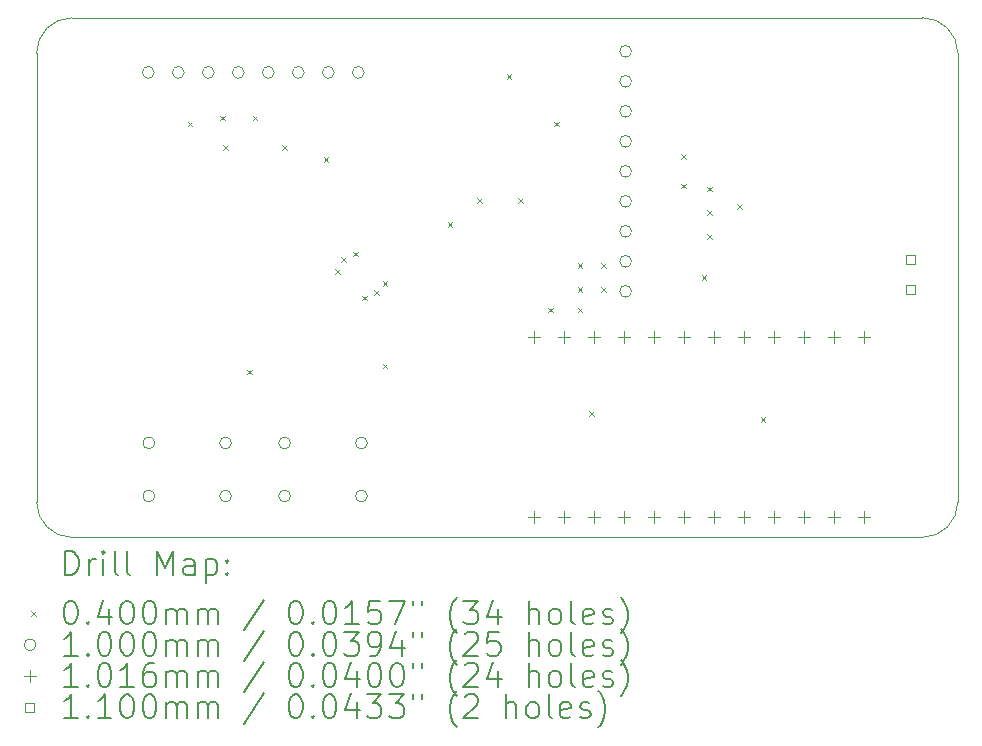
<source format=gbr>
%TF.GenerationSoftware,KiCad,Pcbnew,7.0.2*%
%TF.CreationDate,2023-06-01T00:46:06-07:00*%
%TF.ProjectId,Reflow Skillet Rev 1,5265666c-6f77-4205-936b-696c6c657420,rev?*%
%TF.SameCoordinates,Original*%
%TF.FileFunction,Drillmap*%
%TF.FilePolarity,Positive*%
%FSLAX45Y45*%
G04 Gerber Fmt 4.5, Leading zero omitted, Abs format (unit mm)*
G04 Created by KiCad (PCBNEW 7.0.2) date 2023-06-01 00:46:06*
%MOMM*%
%LPD*%
G01*
G04 APERTURE LIST*
%ADD10C,0.100000*%
%ADD11C,0.200000*%
%ADD12C,0.040000*%
%ADD13C,0.101600*%
%ADD14C,0.110000*%
G04 APERTURE END LIST*
D10*
X12000000Y-7100000D02*
G75*
G03*
X12300000Y-7400000I300000J0D01*
G01*
X19500000Y-7400000D02*
G75*
G03*
X19800000Y-7100000I0J300000D01*
G01*
X12000000Y-3300000D02*
X12000000Y-7100000D01*
X19800000Y-7100000D02*
X19800000Y-3300000D01*
X19800000Y-3300000D02*
G75*
G03*
X19500000Y-3000000I-300000J0D01*
G01*
X12300000Y-3000000D02*
G75*
G03*
X12000000Y-3300000I0J-300000D01*
G01*
X12300000Y-7400000D02*
X19500000Y-7400000D01*
X19500000Y-3000000D02*
X12300000Y-3000000D01*
D11*
D12*
X13280000Y-3880000D02*
X13320000Y-3920000D01*
X13320000Y-3880000D02*
X13280000Y-3920000D01*
X13555000Y-3830000D02*
X13595000Y-3870000D01*
X13595000Y-3830000D02*
X13555000Y-3870000D01*
X13580000Y-4080000D02*
X13620000Y-4120000D01*
X13620000Y-4080000D02*
X13580000Y-4120000D01*
X13780000Y-5980000D02*
X13820000Y-6020000D01*
X13820000Y-5980000D02*
X13780000Y-6020000D01*
X13830000Y-3830000D02*
X13870000Y-3870000D01*
X13870000Y-3830000D02*
X13830000Y-3870000D01*
X14080000Y-4080000D02*
X14120000Y-4120000D01*
X14120000Y-4080000D02*
X14080000Y-4120000D01*
X14430000Y-4180000D02*
X14470000Y-4220000D01*
X14470000Y-4180000D02*
X14430000Y-4220000D01*
X14530253Y-5129747D02*
X14570253Y-5169747D01*
X14570253Y-5129747D02*
X14530253Y-5169747D01*
X14580000Y-5030000D02*
X14620000Y-5070000D01*
X14620000Y-5030000D02*
X14580000Y-5070000D01*
X14680000Y-4980000D02*
X14720000Y-5020000D01*
X14720000Y-4980000D02*
X14680000Y-5020000D01*
X14756081Y-5353919D02*
X14796081Y-5393919D01*
X14796081Y-5353919D02*
X14756081Y-5393919D01*
X14855000Y-5305000D02*
X14895000Y-5345000D01*
X14895000Y-5305000D02*
X14855000Y-5345000D01*
X14930000Y-5230000D02*
X14970000Y-5270000D01*
X14970000Y-5230000D02*
X14930000Y-5270000D01*
X14930000Y-5930000D02*
X14970000Y-5970000D01*
X14970000Y-5930000D02*
X14930000Y-5970000D01*
X15480000Y-4730000D02*
X15520000Y-4770000D01*
X15520000Y-4730000D02*
X15480000Y-4770000D01*
X15730000Y-4530000D02*
X15770000Y-4570000D01*
X15770000Y-4530000D02*
X15730000Y-4570000D01*
X15980000Y-3480000D02*
X16020000Y-3520000D01*
X16020000Y-3480000D02*
X15980000Y-3520000D01*
X16080000Y-4530000D02*
X16120000Y-4570000D01*
X16120000Y-4530000D02*
X16080000Y-4570000D01*
X16330000Y-5455000D02*
X16370000Y-5495000D01*
X16370000Y-5455000D02*
X16330000Y-5495000D01*
X16380000Y-3880000D02*
X16420000Y-3920000D01*
X16420000Y-3880000D02*
X16380000Y-3920000D01*
X16580000Y-5080000D02*
X16620000Y-5120000D01*
X16620000Y-5080000D02*
X16580000Y-5120000D01*
X16580000Y-5280000D02*
X16620000Y-5320000D01*
X16620000Y-5280000D02*
X16580000Y-5320000D01*
X16580000Y-5455000D02*
X16620000Y-5495000D01*
X16620000Y-5455000D02*
X16580000Y-5495000D01*
X16680000Y-6330000D02*
X16720000Y-6370000D01*
X16720000Y-6330000D02*
X16680000Y-6370000D01*
X16780000Y-5080000D02*
X16820000Y-5120000D01*
X16820000Y-5080000D02*
X16780000Y-5120000D01*
X16780000Y-5280000D02*
X16820000Y-5320000D01*
X16820000Y-5280000D02*
X16780000Y-5320000D01*
X17455000Y-4155000D02*
X17495000Y-4195000D01*
X17495000Y-4155000D02*
X17455000Y-4195000D01*
X17455000Y-4405000D02*
X17495000Y-4445000D01*
X17495000Y-4405000D02*
X17455000Y-4445000D01*
X17630000Y-5180000D02*
X17670000Y-5220000D01*
X17670000Y-5180000D02*
X17630000Y-5220000D01*
X17680000Y-4430000D02*
X17720000Y-4470000D01*
X17720000Y-4430000D02*
X17680000Y-4470000D01*
X17680000Y-4630000D02*
X17720000Y-4670000D01*
X17720000Y-4630000D02*
X17680000Y-4670000D01*
X17680000Y-4830000D02*
X17720000Y-4870000D01*
X17720000Y-4830000D02*
X17680000Y-4870000D01*
X17930000Y-4580000D02*
X17970000Y-4620000D01*
X17970000Y-4580000D02*
X17930000Y-4620000D01*
X18130000Y-6380000D02*
X18170000Y-6420000D01*
X18170000Y-6380000D02*
X18130000Y-6420000D01*
D10*
X12995900Y-3463200D02*
G75*
G03*
X12995900Y-3463200I-50000J0D01*
G01*
X13000000Y-6600000D02*
G75*
G03*
X13000000Y-6600000I-50000J0D01*
G01*
X13000000Y-7050000D02*
G75*
G03*
X13000000Y-7050000I-50000J0D01*
G01*
X13249900Y-3463200D02*
G75*
G03*
X13249900Y-3463200I-50000J0D01*
G01*
X13503900Y-3463200D02*
G75*
G03*
X13503900Y-3463200I-50000J0D01*
G01*
X13650000Y-6600000D02*
G75*
G03*
X13650000Y-6600000I-50000J0D01*
G01*
X13650000Y-7050000D02*
G75*
G03*
X13650000Y-7050000I-50000J0D01*
G01*
X13757900Y-3463200D02*
G75*
G03*
X13757900Y-3463200I-50000J0D01*
G01*
X14011900Y-3463200D02*
G75*
G03*
X14011900Y-3463200I-50000J0D01*
G01*
X14150000Y-6600000D02*
G75*
G03*
X14150000Y-6600000I-50000J0D01*
G01*
X14150000Y-7050000D02*
G75*
G03*
X14150000Y-7050000I-50000J0D01*
G01*
X14265900Y-3463200D02*
G75*
G03*
X14265900Y-3463200I-50000J0D01*
G01*
X14519900Y-3463200D02*
G75*
G03*
X14519900Y-3463200I-50000J0D01*
G01*
X14773900Y-3463200D02*
G75*
G03*
X14773900Y-3463200I-50000J0D01*
G01*
X14800000Y-6600000D02*
G75*
G03*
X14800000Y-6600000I-50000J0D01*
G01*
X14800000Y-7050000D02*
G75*
G03*
X14800000Y-7050000I-50000J0D01*
G01*
X17037200Y-3284000D02*
G75*
G03*
X17037200Y-3284000I-50000J0D01*
G01*
X17037200Y-3538000D02*
G75*
G03*
X17037200Y-3538000I-50000J0D01*
G01*
X17037200Y-3792000D02*
G75*
G03*
X17037200Y-3792000I-50000J0D01*
G01*
X17037200Y-4046000D02*
G75*
G03*
X17037200Y-4046000I-50000J0D01*
G01*
X17037200Y-4300000D02*
G75*
G03*
X17037200Y-4300000I-50000J0D01*
G01*
X17037200Y-4554000D02*
G75*
G03*
X17037200Y-4554000I-50000J0D01*
G01*
X17037200Y-4808000D02*
G75*
G03*
X17037200Y-4808000I-50000J0D01*
G01*
X17037200Y-5062000D02*
G75*
G03*
X17037200Y-5062000I-50000J0D01*
G01*
X17037200Y-5316000D02*
G75*
G03*
X17037200Y-5316000I-50000J0D01*
G01*
D13*
X16214000Y-5649200D02*
X16214000Y-5750800D01*
X16163200Y-5700000D02*
X16264800Y-5700000D01*
X16214000Y-7173200D02*
X16214000Y-7274800D01*
X16163200Y-7224000D02*
X16264800Y-7224000D01*
X16468000Y-5649200D02*
X16468000Y-5750800D01*
X16417200Y-5700000D02*
X16518800Y-5700000D01*
X16468000Y-7173200D02*
X16468000Y-7274800D01*
X16417200Y-7224000D02*
X16518800Y-7224000D01*
X16722000Y-5649200D02*
X16722000Y-5750800D01*
X16671200Y-5700000D02*
X16772800Y-5700000D01*
X16722000Y-7173200D02*
X16722000Y-7274800D01*
X16671200Y-7224000D02*
X16772800Y-7224000D01*
X16976000Y-5649200D02*
X16976000Y-5750800D01*
X16925200Y-5700000D02*
X17026800Y-5700000D01*
X16976000Y-7173200D02*
X16976000Y-7274800D01*
X16925200Y-7224000D02*
X17026800Y-7224000D01*
X17230000Y-5649200D02*
X17230000Y-5750800D01*
X17179200Y-5700000D02*
X17280800Y-5700000D01*
X17230000Y-7173200D02*
X17230000Y-7274800D01*
X17179200Y-7224000D02*
X17280800Y-7224000D01*
X17484000Y-5649200D02*
X17484000Y-5750800D01*
X17433200Y-5700000D02*
X17534800Y-5700000D01*
X17484000Y-7173200D02*
X17484000Y-7274800D01*
X17433200Y-7224000D02*
X17534800Y-7224000D01*
X17738000Y-5649200D02*
X17738000Y-5750800D01*
X17687200Y-5700000D02*
X17788800Y-5700000D01*
X17738000Y-7173200D02*
X17738000Y-7274800D01*
X17687200Y-7224000D02*
X17788800Y-7224000D01*
X17992000Y-5649200D02*
X17992000Y-5750800D01*
X17941200Y-5700000D02*
X18042800Y-5700000D01*
X17992000Y-7173200D02*
X17992000Y-7274800D01*
X17941200Y-7224000D02*
X18042800Y-7224000D01*
X18246000Y-5649200D02*
X18246000Y-5750800D01*
X18195200Y-5700000D02*
X18296800Y-5700000D01*
X18246000Y-7173200D02*
X18246000Y-7274800D01*
X18195200Y-7224000D02*
X18296800Y-7224000D01*
X18500000Y-5649200D02*
X18500000Y-5750800D01*
X18449200Y-5700000D02*
X18550800Y-5700000D01*
X18500000Y-7173200D02*
X18500000Y-7274800D01*
X18449200Y-7224000D02*
X18550800Y-7224000D01*
X18754000Y-5649200D02*
X18754000Y-5750800D01*
X18703200Y-5700000D02*
X18804800Y-5700000D01*
X18754000Y-7173200D02*
X18754000Y-7274800D01*
X18703200Y-7224000D02*
X18804800Y-7224000D01*
X19008000Y-5649200D02*
X19008000Y-5750800D01*
X18957200Y-5700000D02*
X19058800Y-5700000D01*
X19008000Y-7173200D02*
X19008000Y-7274800D01*
X18957200Y-7224000D02*
X19058800Y-7224000D01*
D14*
X19438891Y-5084891D02*
X19438891Y-5007109D01*
X19361109Y-5007109D01*
X19361109Y-5084891D01*
X19438891Y-5084891D01*
X19438891Y-5338891D02*
X19438891Y-5261109D01*
X19361109Y-5261109D01*
X19361109Y-5338891D01*
X19438891Y-5338891D01*
D11*
X12242619Y-7717524D02*
X12242619Y-7517524D01*
X12242619Y-7517524D02*
X12290238Y-7517524D01*
X12290238Y-7517524D02*
X12318809Y-7527048D01*
X12318809Y-7527048D02*
X12337857Y-7546095D01*
X12337857Y-7546095D02*
X12347381Y-7565143D01*
X12347381Y-7565143D02*
X12356905Y-7603238D01*
X12356905Y-7603238D02*
X12356905Y-7631809D01*
X12356905Y-7631809D02*
X12347381Y-7669905D01*
X12347381Y-7669905D02*
X12337857Y-7688952D01*
X12337857Y-7688952D02*
X12318809Y-7708000D01*
X12318809Y-7708000D02*
X12290238Y-7717524D01*
X12290238Y-7717524D02*
X12242619Y-7717524D01*
X12442619Y-7717524D02*
X12442619Y-7584190D01*
X12442619Y-7622286D02*
X12452143Y-7603238D01*
X12452143Y-7603238D02*
X12461667Y-7593714D01*
X12461667Y-7593714D02*
X12480714Y-7584190D01*
X12480714Y-7584190D02*
X12499762Y-7584190D01*
X12566428Y-7717524D02*
X12566428Y-7584190D01*
X12566428Y-7517524D02*
X12556905Y-7527048D01*
X12556905Y-7527048D02*
X12566428Y-7536571D01*
X12566428Y-7536571D02*
X12575952Y-7527048D01*
X12575952Y-7527048D02*
X12566428Y-7517524D01*
X12566428Y-7517524D02*
X12566428Y-7536571D01*
X12690238Y-7717524D02*
X12671190Y-7708000D01*
X12671190Y-7708000D02*
X12661667Y-7688952D01*
X12661667Y-7688952D02*
X12661667Y-7517524D01*
X12795000Y-7717524D02*
X12775952Y-7708000D01*
X12775952Y-7708000D02*
X12766428Y-7688952D01*
X12766428Y-7688952D02*
X12766428Y-7517524D01*
X13023571Y-7717524D02*
X13023571Y-7517524D01*
X13023571Y-7517524D02*
X13090238Y-7660381D01*
X13090238Y-7660381D02*
X13156905Y-7517524D01*
X13156905Y-7517524D02*
X13156905Y-7717524D01*
X13337857Y-7717524D02*
X13337857Y-7612762D01*
X13337857Y-7612762D02*
X13328333Y-7593714D01*
X13328333Y-7593714D02*
X13309286Y-7584190D01*
X13309286Y-7584190D02*
X13271190Y-7584190D01*
X13271190Y-7584190D02*
X13252143Y-7593714D01*
X13337857Y-7708000D02*
X13318809Y-7717524D01*
X13318809Y-7717524D02*
X13271190Y-7717524D01*
X13271190Y-7717524D02*
X13252143Y-7708000D01*
X13252143Y-7708000D02*
X13242619Y-7688952D01*
X13242619Y-7688952D02*
X13242619Y-7669905D01*
X13242619Y-7669905D02*
X13252143Y-7650857D01*
X13252143Y-7650857D02*
X13271190Y-7641333D01*
X13271190Y-7641333D02*
X13318809Y-7641333D01*
X13318809Y-7641333D02*
X13337857Y-7631809D01*
X13433095Y-7584190D02*
X13433095Y-7784190D01*
X13433095Y-7593714D02*
X13452143Y-7584190D01*
X13452143Y-7584190D02*
X13490238Y-7584190D01*
X13490238Y-7584190D02*
X13509286Y-7593714D01*
X13509286Y-7593714D02*
X13518809Y-7603238D01*
X13518809Y-7603238D02*
X13528333Y-7622286D01*
X13528333Y-7622286D02*
X13528333Y-7679428D01*
X13528333Y-7679428D02*
X13518809Y-7698476D01*
X13518809Y-7698476D02*
X13509286Y-7708000D01*
X13509286Y-7708000D02*
X13490238Y-7717524D01*
X13490238Y-7717524D02*
X13452143Y-7717524D01*
X13452143Y-7717524D02*
X13433095Y-7708000D01*
X13614048Y-7698476D02*
X13623571Y-7708000D01*
X13623571Y-7708000D02*
X13614048Y-7717524D01*
X13614048Y-7717524D02*
X13604524Y-7708000D01*
X13604524Y-7708000D02*
X13614048Y-7698476D01*
X13614048Y-7698476D02*
X13614048Y-7717524D01*
X13614048Y-7593714D02*
X13623571Y-7603238D01*
X13623571Y-7603238D02*
X13614048Y-7612762D01*
X13614048Y-7612762D02*
X13604524Y-7603238D01*
X13604524Y-7603238D02*
X13614048Y-7593714D01*
X13614048Y-7593714D02*
X13614048Y-7612762D01*
D12*
X11955000Y-8025000D02*
X11995000Y-8065000D01*
X11995000Y-8025000D02*
X11955000Y-8065000D01*
D11*
X12280714Y-7937524D02*
X12299762Y-7937524D01*
X12299762Y-7937524D02*
X12318809Y-7947048D01*
X12318809Y-7947048D02*
X12328333Y-7956571D01*
X12328333Y-7956571D02*
X12337857Y-7975619D01*
X12337857Y-7975619D02*
X12347381Y-8013714D01*
X12347381Y-8013714D02*
X12347381Y-8061333D01*
X12347381Y-8061333D02*
X12337857Y-8099428D01*
X12337857Y-8099428D02*
X12328333Y-8118476D01*
X12328333Y-8118476D02*
X12318809Y-8128000D01*
X12318809Y-8128000D02*
X12299762Y-8137524D01*
X12299762Y-8137524D02*
X12280714Y-8137524D01*
X12280714Y-8137524D02*
X12261667Y-8128000D01*
X12261667Y-8128000D02*
X12252143Y-8118476D01*
X12252143Y-8118476D02*
X12242619Y-8099428D01*
X12242619Y-8099428D02*
X12233095Y-8061333D01*
X12233095Y-8061333D02*
X12233095Y-8013714D01*
X12233095Y-8013714D02*
X12242619Y-7975619D01*
X12242619Y-7975619D02*
X12252143Y-7956571D01*
X12252143Y-7956571D02*
X12261667Y-7947048D01*
X12261667Y-7947048D02*
X12280714Y-7937524D01*
X12433095Y-8118476D02*
X12442619Y-8128000D01*
X12442619Y-8128000D02*
X12433095Y-8137524D01*
X12433095Y-8137524D02*
X12423571Y-8128000D01*
X12423571Y-8128000D02*
X12433095Y-8118476D01*
X12433095Y-8118476D02*
X12433095Y-8137524D01*
X12614048Y-8004190D02*
X12614048Y-8137524D01*
X12566428Y-7928000D02*
X12518809Y-8070857D01*
X12518809Y-8070857D02*
X12642619Y-8070857D01*
X12756905Y-7937524D02*
X12775952Y-7937524D01*
X12775952Y-7937524D02*
X12795000Y-7947048D01*
X12795000Y-7947048D02*
X12804524Y-7956571D01*
X12804524Y-7956571D02*
X12814048Y-7975619D01*
X12814048Y-7975619D02*
X12823571Y-8013714D01*
X12823571Y-8013714D02*
X12823571Y-8061333D01*
X12823571Y-8061333D02*
X12814048Y-8099428D01*
X12814048Y-8099428D02*
X12804524Y-8118476D01*
X12804524Y-8118476D02*
X12795000Y-8128000D01*
X12795000Y-8128000D02*
X12775952Y-8137524D01*
X12775952Y-8137524D02*
X12756905Y-8137524D01*
X12756905Y-8137524D02*
X12737857Y-8128000D01*
X12737857Y-8128000D02*
X12728333Y-8118476D01*
X12728333Y-8118476D02*
X12718809Y-8099428D01*
X12718809Y-8099428D02*
X12709286Y-8061333D01*
X12709286Y-8061333D02*
X12709286Y-8013714D01*
X12709286Y-8013714D02*
X12718809Y-7975619D01*
X12718809Y-7975619D02*
X12728333Y-7956571D01*
X12728333Y-7956571D02*
X12737857Y-7947048D01*
X12737857Y-7947048D02*
X12756905Y-7937524D01*
X12947381Y-7937524D02*
X12966429Y-7937524D01*
X12966429Y-7937524D02*
X12985476Y-7947048D01*
X12985476Y-7947048D02*
X12995000Y-7956571D01*
X12995000Y-7956571D02*
X13004524Y-7975619D01*
X13004524Y-7975619D02*
X13014048Y-8013714D01*
X13014048Y-8013714D02*
X13014048Y-8061333D01*
X13014048Y-8061333D02*
X13004524Y-8099428D01*
X13004524Y-8099428D02*
X12995000Y-8118476D01*
X12995000Y-8118476D02*
X12985476Y-8128000D01*
X12985476Y-8128000D02*
X12966429Y-8137524D01*
X12966429Y-8137524D02*
X12947381Y-8137524D01*
X12947381Y-8137524D02*
X12928333Y-8128000D01*
X12928333Y-8128000D02*
X12918809Y-8118476D01*
X12918809Y-8118476D02*
X12909286Y-8099428D01*
X12909286Y-8099428D02*
X12899762Y-8061333D01*
X12899762Y-8061333D02*
X12899762Y-8013714D01*
X12899762Y-8013714D02*
X12909286Y-7975619D01*
X12909286Y-7975619D02*
X12918809Y-7956571D01*
X12918809Y-7956571D02*
X12928333Y-7947048D01*
X12928333Y-7947048D02*
X12947381Y-7937524D01*
X13099762Y-8137524D02*
X13099762Y-8004190D01*
X13099762Y-8023238D02*
X13109286Y-8013714D01*
X13109286Y-8013714D02*
X13128333Y-8004190D01*
X13128333Y-8004190D02*
X13156905Y-8004190D01*
X13156905Y-8004190D02*
X13175952Y-8013714D01*
X13175952Y-8013714D02*
X13185476Y-8032762D01*
X13185476Y-8032762D02*
X13185476Y-8137524D01*
X13185476Y-8032762D02*
X13195000Y-8013714D01*
X13195000Y-8013714D02*
X13214048Y-8004190D01*
X13214048Y-8004190D02*
X13242619Y-8004190D01*
X13242619Y-8004190D02*
X13261667Y-8013714D01*
X13261667Y-8013714D02*
X13271190Y-8032762D01*
X13271190Y-8032762D02*
X13271190Y-8137524D01*
X13366429Y-8137524D02*
X13366429Y-8004190D01*
X13366429Y-8023238D02*
X13375952Y-8013714D01*
X13375952Y-8013714D02*
X13395000Y-8004190D01*
X13395000Y-8004190D02*
X13423571Y-8004190D01*
X13423571Y-8004190D02*
X13442619Y-8013714D01*
X13442619Y-8013714D02*
X13452143Y-8032762D01*
X13452143Y-8032762D02*
X13452143Y-8137524D01*
X13452143Y-8032762D02*
X13461667Y-8013714D01*
X13461667Y-8013714D02*
X13480714Y-8004190D01*
X13480714Y-8004190D02*
X13509286Y-8004190D01*
X13509286Y-8004190D02*
X13528333Y-8013714D01*
X13528333Y-8013714D02*
X13537857Y-8032762D01*
X13537857Y-8032762D02*
X13537857Y-8137524D01*
X13928333Y-7928000D02*
X13756905Y-8185143D01*
X14185476Y-7937524D02*
X14204524Y-7937524D01*
X14204524Y-7937524D02*
X14223572Y-7947048D01*
X14223572Y-7947048D02*
X14233095Y-7956571D01*
X14233095Y-7956571D02*
X14242619Y-7975619D01*
X14242619Y-7975619D02*
X14252143Y-8013714D01*
X14252143Y-8013714D02*
X14252143Y-8061333D01*
X14252143Y-8061333D02*
X14242619Y-8099428D01*
X14242619Y-8099428D02*
X14233095Y-8118476D01*
X14233095Y-8118476D02*
X14223572Y-8128000D01*
X14223572Y-8128000D02*
X14204524Y-8137524D01*
X14204524Y-8137524D02*
X14185476Y-8137524D01*
X14185476Y-8137524D02*
X14166429Y-8128000D01*
X14166429Y-8128000D02*
X14156905Y-8118476D01*
X14156905Y-8118476D02*
X14147381Y-8099428D01*
X14147381Y-8099428D02*
X14137857Y-8061333D01*
X14137857Y-8061333D02*
X14137857Y-8013714D01*
X14137857Y-8013714D02*
X14147381Y-7975619D01*
X14147381Y-7975619D02*
X14156905Y-7956571D01*
X14156905Y-7956571D02*
X14166429Y-7947048D01*
X14166429Y-7947048D02*
X14185476Y-7937524D01*
X14337857Y-8118476D02*
X14347381Y-8128000D01*
X14347381Y-8128000D02*
X14337857Y-8137524D01*
X14337857Y-8137524D02*
X14328333Y-8128000D01*
X14328333Y-8128000D02*
X14337857Y-8118476D01*
X14337857Y-8118476D02*
X14337857Y-8137524D01*
X14471191Y-7937524D02*
X14490238Y-7937524D01*
X14490238Y-7937524D02*
X14509286Y-7947048D01*
X14509286Y-7947048D02*
X14518810Y-7956571D01*
X14518810Y-7956571D02*
X14528333Y-7975619D01*
X14528333Y-7975619D02*
X14537857Y-8013714D01*
X14537857Y-8013714D02*
X14537857Y-8061333D01*
X14537857Y-8061333D02*
X14528333Y-8099428D01*
X14528333Y-8099428D02*
X14518810Y-8118476D01*
X14518810Y-8118476D02*
X14509286Y-8128000D01*
X14509286Y-8128000D02*
X14490238Y-8137524D01*
X14490238Y-8137524D02*
X14471191Y-8137524D01*
X14471191Y-8137524D02*
X14452143Y-8128000D01*
X14452143Y-8128000D02*
X14442619Y-8118476D01*
X14442619Y-8118476D02*
X14433095Y-8099428D01*
X14433095Y-8099428D02*
X14423572Y-8061333D01*
X14423572Y-8061333D02*
X14423572Y-8013714D01*
X14423572Y-8013714D02*
X14433095Y-7975619D01*
X14433095Y-7975619D02*
X14442619Y-7956571D01*
X14442619Y-7956571D02*
X14452143Y-7947048D01*
X14452143Y-7947048D02*
X14471191Y-7937524D01*
X14728333Y-8137524D02*
X14614048Y-8137524D01*
X14671191Y-8137524D02*
X14671191Y-7937524D01*
X14671191Y-7937524D02*
X14652143Y-7966095D01*
X14652143Y-7966095D02*
X14633095Y-7985143D01*
X14633095Y-7985143D02*
X14614048Y-7994667D01*
X14909286Y-7937524D02*
X14814048Y-7937524D01*
X14814048Y-7937524D02*
X14804524Y-8032762D01*
X14804524Y-8032762D02*
X14814048Y-8023238D01*
X14814048Y-8023238D02*
X14833095Y-8013714D01*
X14833095Y-8013714D02*
X14880714Y-8013714D01*
X14880714Y-8013714D02*
X14899762Y-8023238D01*
X14899762Y-8023238D02*
X14909286Y-8032762D01*
X14909286Y-8032762D02*
X14918810Y-8051809D01*
X14918810Y-8051809D02*
X14918810Y-8099428D01*
X14918810Y-8099428D02*
X14909286Y-8118476D01*
X14909286Y-8118476D02*
X14899762Y-8128000D01*
X14899762Y-8128000D02*
X14880714Y-8137524D01*
X14880714Y-8137524D02*
X14833095Y-8137524D01*
X14833095Y-8137524D02*
X14814048Y-8128000D01*
X14814048Y-8128000D02*
X14804524Y-8118476D01*
X14985476Y-7937524D02*
X15118810Y-7937524D01*
X15118810Y-7937524D02*
X15033095Y-8137524D01*
X15185476Y-7937524D02*
X15185476Y-7975619D01*
X15261667Y-7937524D02*
X15261667Y-7975619D01*
X15556905Y-8213714D02*
X15547381Y-8204190D01*
X15547381Y-8204190D02*
X15528334Y-8175619D01*
X15528334Y-8175619D02*
X15518810Y-8156571D01*
X15518810Y-8156571D02*
X15509286Y-8128000D01*
X15509286Y-8128000D02*
X15499762Y-8080381D01*
X15499762Y-8080381D02*
X15499762Y-8042286D01*
X15499762Y-8042286D02*
X15509286Y-7994667D01*
X15509286Y-7994667D02*
X15518810Y-7966095D01*
X15518810Y-7966095D02*
X15528334Y-7947048D01*
X15528334Y-7947048D02*
X15547381Y-7918476D01*
X15547381Y-7918476D02*
X15556905Y-7908952D01*
X15614048Y-7937524D02*
X15737857Y-7937524D01*
X15737857Y-7937524D02*
X15671191Y-8013714D01*
X15671191Y-8013714D02*
X15699762Y-8013714D01*
X15699762Y-8013714D02*
X15718810Y-8023238D01*
X15718810Y-8023238D02*
X15728334Y-8032762D01*
X15728334Y-8032762D02*
X15737857Y-8051809D01*
X15737857Y-8051809D02*
X15737857Y-8099428D01*
X15737857Y-8099428D02*
X15728334Y-8118476D01*
X15728334Y-8118476D02*
X15718810Y-8128000D01*
X15718810Y-8128000D02*
X15699762Y-8137524D01*
X15699762Y-8137524D02*
X15642619Y-8137524D01*
X15642619Y-8137524D02*
X15623572Y-8128000D01*
X15623572Y-8128000D02*
X15614048Y-8118476D01*
X15909286Y-8004190D02*
X15909286Y-8137524D01*
X15861667Y-7928000D02*
X15814048Y-8070857D01*
X15814048Y-8070857D02*
X15937857Y-8070857D01*
X16166429Y-8137524D02*
X16166429Y-7937524D01*
X16252143Y-8137524D02*
X16252143Y-8032762D01*
X16252143Y-8032762D02*
X16242619Y-8013714D01*
X16242619Y-8013714D02*
X16223572Y-8004190D01*
X16223572Y-8004190D02*
X16195000Y-8004190D01*
X16195000Y-8004190D02*
X16175953Y-8013714D01*
X16175953Y-8013714D02*
X16166429Y-8023238D01*
X16375953Y-8137524D02*
X16356905Y-8128000D01*
X16356905Y-8128000D02*
X16347381Y-8118476D01*
X16347381Y-8118476D02*
X16337857Y-8099428D01*
X16337857Y-8099428D02*
X16337857Y-8042286D01*
X16337857Y-8042286D02*
X16347381Y-8023238D01*
X16347381Y-8023238D02*
X16356905Y-8013714D01*
X16356905Y-8013714D02*
X16375953Y-8004190D01*
X16375953Y-8004190D02*
X16404524Y-8004190D01*
X16404524Y-8004190D02*
X16423572Y-8013714D01*
X16423572Y-8013714D02*
X16433096Y-8023238D01*
X16433096Y-8023238D02*
X16442619Y-8042286D01*
X16442619Y-8042286D02*
X16442619Y-8099428D01*
X16442619Y-8099428D02*
X16433096Y-8118476D01*
X16433096Y-8118476D02*
X16423572Y-8128000D01*
X16423572Y-8128000D02*
X16404524Y-8137524D01*
X16404524Y-8137524D02*
X16375953Y-8137524D01*
X16556905Y-8137524D02*
X16537857Y-8128000D01*
X16537857Y-8128000D02*
X16528334Y-8108952D01*
X16528334Y-8108952D02*
X16528334Y-7937524D01*
X16709286Y-8128000D02*
X16690238Y-8137524D01*
X16690238Y-8137524D02*
X16652143Y-8137524D01*
X16652143Y-8137524D02*
X16633096Y-8128000D01*
X16633096Y-8128000D02*
X16623572Y-8108952D01*
X16623572Y-8108952D02*
X16623572Y-8032762D01*
X16623572Y-8032762D02*
X16633096Y-8013714D01*
X16633096Y-8013714D02*
X16652143Y-8004190D01*
X16652143Y-8004190D02*
X16690238Y-8004190D01*
X16690238Y-8004190D02*
X16709286Y-8013714D01*
X16709286Y-8013714D02*
X16718810Y-8032762D01*
X16718810Y-8032762D02*
X16718810Y-8051809D01*
X16718810Y-8051809D02*
X16623572Y-8070857D01*
X16795000Y-8128000D02*
X16814048Y-8137524D01*
X16814048Y-8137524D02*
X16852143Y-8137524D01*
X16852143Y-8137524D02*
X16871191Y-8128000D01*
X16871191Y-8128000D02*
X16880715Y-8108952D01*
X16880715Y-8108952D02*
X16880715Y-8099428D01*
X16880715Y-8099428D02*
X16871191Y-8080381D01*
X16871191Y-8080381D02*
X16852143Y-8070857D01*
X16852143Y-8070857D02*
X16823572Y-8070857D01*
X16823572Y-8070857D02*
X16804524Y-8061333D01*
X16804524Y-8061333D02*
X16795000Y-8042286D01*
X16795000Y-8042286D02*
X16795000Y-8032762D01*
X16795000Y-8032762D02*
X16804524Y-8013714D01*
X16804524Y-8013714D02*
X16823572Y-8004190D01*
X16823572Y-8004190D02*
X16852143Y-8004190D01*
X16852143Y-8004190D02*
X16871191Y-8013714D01*
X16947381Y-8213714D02*
X16956905Y-8204190D01*
X16956905Y-8204190D02*
X16975953Y-8175619D01*
X16975953Y-8175619D02*
X16985477Y-8156571D01*
X16985477Y-8156571D02*
X16995000Y-8128000D01*
X16995000Y-8128000D02*
X17004524Y-8080381D01*
X17004524Y-8080381D02*
X17004524Y-8042286D01*
X17004524Y-8042286D02*
X16995000Y-7994667D01*
X16995000Y-7994667D02*
X16985477Y-7966095D01*
X16985477Y-7966095D02*
X16975953Y-7947048D01*
X16975953Y-7947048D02*
X16956905Y-7918476D01*
X16956905Y-7918476D02*
X16947381Y-7908952D01*
D10*
X11995000Y-8309000D02*
G75*
G03*
X11995000Y-8309000I-50000J0D01*
G01*
D11*
X12347381Y-8401524D02*
X12233095Y-8401524D01*
X12290238Y-8401524D02*
X12290238Y-8201524D01*
X12290238Y-8201524D02*
X12271190Y-8230095D01*
X12271190Y-8230095D02*
X12252143Y-8249143D01*
X12252143Y-8249143D02*
X12233095Y-8258667D01*
X12433095Y-8382476D02*
X12442619Y-8392000D01*
X12442619Y-8392000D02*
X12433095Y-8401524D01*
X12433095Y-8401524D02*
X12423571Y-8392000D01*
X12423571Y-8392000D02*
X12433095Y-8382476D01*
X12433095Y-8382476D02*
X12433095Y-8401524D01*
X12566428Y-8201524D02*
X12585476Y-8201524D01*
X12585476Y-8201524D02*
X12604524Y-8211048D01*
X12604524Y-8211048D02*
X12614048Y-8220571D01*
X12614048Y-8220571D02*
X12623571Y-8239619D01*
X12623571Y-8239619D02*
X12633095Y-8277714D01*
X12633095Y-8277714D02*
X12633095Y-8325333D01*
X12633095Y-8325333D02*
X12623571Y-8363428D01*
X12623571Y-8363428D02*
X12614048Y-8382476D01*
X12614048Y-8382476D02*
X12604524Y-8392000D01*
X12604524Y-8392000D02*
X12585476Y-8401524D01*
X12585476Y-8401524D02*
X12566428Y-8401524D01*
X12566428Y-8401524D02*
X12547381Y-8392000D01*
X12547381Y-8392000D02*
X12537857Y-8382476D01*
X12537857Y-8382476D02*
X12528333Y-8363428D01*
X12528333Y-8363428D02*
X12518809Y-8325333D01*
X12518809Y-8325333D02*
X12518809Y-8277714D01*
X12518809Y-8277714D02*
X12528333Y-8239619D01*
X12528333Y-8239619D02*
X12537857Y-8220571D01*
X12537857Y-8220571D02*
X12547381Y-8211048D01*
X12547381Y-8211048D02*
X12566428Y-8201524D01*
X12756905Y-8201524D02*
X12775952Y-8201524D01*
X12775952Y-8201524D02*
X12795000Y-8211048D01*
X12795000Y-8211048D02*
X12804524Y-8220571D01*
X12804524Y-8220571D02*
X12814048Y-8239619D01*
X12814048Y-8239619D02*
X12823571Y-8277714D01*
X12823571Y-8277714D02*
X12823571Y-8325333D01*
X12823571Y-8325333D02*
X12814048Y-8363428D01*
X12814048Y-8363428D02*
X12804524Y-8382476D01*
X12804524Y-8382476D02*
X12795000Y-8392000D01*
X12795000Y-8392000D02*
X12775952Y-8401524D01*
X12775952Y-8401524D02*
X12756905Y-8401524D01*
X12756905Y-8401524D02*
X12737857Y-8392000D01*
X12737857Y-8392000D02*
X12728333Y-8382476D01*
X12728333Y-8382476D02*
X12718809Y-8363428D01*
X12718809Y-8363428D02*
X12709286Y-8325333D01*
X12709286Y-8325333D02*
X12709286Y-8277714D01*
X12709286Y-8277714D02*
X12718809Y-8239619D01*
X12718809Y-8239619D02*
X12728333Y-8220571D01*
X12728333Y-8220571D02*
X12737857Y-8211048D01*
X12737857Y-8211048D02*
X12756905Y-8201524D01*
X12947381Y-8201524D02*
X12966429Y-8201524D01*
X12966429Y-8201524D02*
X12985476Y-8211048D01*
X12985476Y-8211048D02*
X12995000Y-8220571D01*
X12995000Y-8220571D02*
X13004524Y-8239619D01*
X13004524Y-8239619D02*
X13014048Y-8277714D01*
X13014048Y-8277714D02*
X13014048Y-8325333D01*
X13014048Y-8325333D02*
X13004524Y-8363428D01*
X13004524Y-8363428D02*
X12995000Y-8382476D01*
X12995000Y-8382476D02*
X12985476Y-8392000D01*
X12985476Y-8392000D02*
X12966429Y-8401524D01*
X12966429Y-8401524D02*
X12947381Y-8401524D01*
X12947381Y-8401524D02*
X12928333Y-8392000D01*
X12928333Y-8392000D02*
X12918809Y-8382476D01*
X12918809Y-8382476D02*
X12909286Y-8363428D01*
X12909286Y-8363428D02*
X12899762Y-8325333D01*
X12899762Y-8325333D02*
X12899762Y-8277714D01*
X12899762Y-8277714D02*
X12909286Y-8239619D01*
X12909286Y-8239619D02*
X12918809Y-8220571D01*
X12918809Y-8220571D02*
X12928333Y-8211048D01*
X12928333Y-8211048D02*
X12947381Y-8201524D01*
X13099762Y-8401524D02*
X13099762Y-8268190D01*
X13099762Y-8287238D02*
X13109286Y-8277714D01*
X13109286Y-8277714D02*
X13128333Y-8268190D01*
X13128333Y-8268190D02*
X13156905Y-8268190D01*
X13156905Y-8268190D02*
X13175952Y-8277714D01*
X13175952Y-8277714D02*
X13185476Y-8296762D01*
X13185476Y-8296762D02*
X13185476Y-8401524D01*
X13185476Y-8296762D02*
X13195000Y-8277714D01*
X13195000Y-8277714D02*
X13214048Y-8268190D01*
X13214048Y-8268190D02*
X13242619Y-8268190D01*
X13242619Y-8268190D02*
X13261667Y-8277714D01*
X13261667Y-8277714D02*
X13271190Y-8296762D01*
X13271190Y-8296762D02*
X13271190Y-8401524D01*
X13366429Y-8401524D02*
X13366429Y-8268190D01*
X13366429Y-8287238D02*
X13375952Y-8277714D01*
X13375952Y-8277714D02*
X13395000Y-8268190D01*
X13395000Y-8268190D02*
X13423571Y-8268190D01*
X13423571Y-8268190D02*
X13442619Y-8277714D01*
X13442619Y-8277714D02*
X13452143Y-8296762D01*
X13452143Y-8296762D02*
X13452143Y-8401524D01*
X13452143Y-8296762D02*
X13461667Y-8277714D01*
X13461667Y-8277714D02*
X13480714Y-8268190D01*
X13480714Y-8268190D02*
X13509286Y-8268190D01*
X13509286Y-8268190D02*
X13528333Y-8277714D01*
X13528333Y-8277714D02*
X13537857Y-8296762D01*
X13537857Y-8296762D02*
X13537857Y-8401524D01*
X13928333Y-8192000D02*
X13756905Y-8449143D01*
X14185476Y-8201524D02*
X14204524Y-8201524D01*
X14204524Y-8201524D02*
X14223572Y-8211048D01*
X14223572Y-8211048D02*
X14233095Y-8220571D01*
X14233095Y-8220571D02*
X14242619Y-8239619D01*
X14242619Y-8239619D02*
X14252143Y-8277714D01*
X14252143Y-8277714D02*
X14252143Y-8325333D01*
X14252143Y-8325333D02*
X14242619Y-8363428D01*
X14242619Y-8363428D02*
X14233095Y-8382476D01*
X14233095Y-8382476D02*
X14223572Y-8392000D01*
X14223572Y-8392000D02*
X14204524Y-8401524D01*
X14204524Y-8401524D02*
X14185476Y-8401524D01*
X14185476Y-8401524D02*
X14166429Y-8392000D01*
X14166429Y-8392000D02*
X14156905Y-8382476D01*
X14156905Y-8382476D02*
X14147381Y-8363428D01*
X14147381Y-8363428D02*
X14137857Y-8325333D01*
X14137857Y-8325333D02*
X14137857Y-8277714D01*
X14137857Y-8277714D02*
X14147381Y-8239619D01*
X14147381Y-8239619D02*
X14156905Y-8220571D01*
X14156905Y-8220571D02*
X14166429Y-8211048D01*
X14166429Y-8211048D02*
X14185476Y-8201524D01*
X14337857Y-8382476D02*
X14347381Y-8392000D01*
X14347381Y-8392000D02*
X14337857Y-8401524D01*
X14337857Y-8401524D02*
X14328333Y-8392000D01*
X14328333Y-8392000D02*
X14337857Y-8382476D01*
X14337857Y-8382476D02*
X14337857Y-8401524D01*
X14471191Y-8201524D02*
X14490238Y-8201524D01*
X14490238Y-8201524D02*
X14509286Y-8211048D01*
X14509286Y-8211048D02*
X14518810Y-8220571D01*
X14518810Y-8220571D02*
X14528333Y-8239619D01*
X14528333Y-8239619D02*
X14537857Y-8277714D01*
X14537857Y-8277714D02*
X14537857Y-8325333D01*
X14537857Y-8325333D02*
X14528333Y-8363428D01*
X14528333Y-8363428D02*
X14518810Y-8382476D01*
X14518810Y-8382476D02*
X14509286Y-8392000D01*
X14509286Y-8392000D02*
X14490238Y-8401524D01*
X14490238Y-8401524D02*
X14471191Y-8401524D01*
X14471191Y-8401524D02*
X14452143Y-8392000D01*
X14452143Y-8392000D02*
X14442619Y-8382476D01*
X14442619Y-8382476D02*
X14433095Y-8363428D01*
X14433095Y-8363428D02*
X14423572Y-8325333D01*
X14423572Y-8325333D02*
X14423572Y-8277714D01*
X14423572Y-8277714D02*
X14433095Y-8239619D01*
X14433095Y-8239619D02*
X14442619Y-8220571D01*
X14442619Y-8220571D02*
X14452143Y-8211048D01*
X14452143Y-8211048D02*
X14471191Y-8201524D01*
X14604524Y-8201524D02*
X14728333Y-8201524D01*
X14728333Y-8201524D02*
X14661667Y-8277714D01*
X14661667Y-8277714D02*
X14690238Y-8277714D01*
X14690238Y-8277714D02*
X14709286Y-8287238D01*
X14709286Y-8287238D02*
X14718810Y-8296762D01*
X14718810Y-8296762D02*
X14728333Y-8315809D01*
X14728333Y-8315809D02*
X14728333Y-8363428D01*
X14728333Y-8363428D02*
X14718810Y-8382476D01*
X14718810Y-8382476D02*
X14709286Y-8392000D01*
X14709286Y-8392000D02*
X14690238Y-8401524D01*
X14690238Y-8401524D02*
X14633095Y-8401524D01*
X14633095Y-8401524D02*
X14614048Y-8392000D01*
X14614048Y-8392000D02*
X14604524Y-8382476D01*
X14823572Y-8401524D02*
X14861667Y-8401524D01*
X14861667Y-8401524D02*
X14880714Y-8392000D01*
X14880714Y-8392000D02*
X14890238Y-8382476D01*
X14890238Y-8382476D02*
X14909286Y-8353905D01*
X14909286Y-8353905D02*
X14918810Y-8315809D01*
X14918810Y-8315809D02*
X14918810Y-8239619D01*
X14918810Y-8239619D02*
X14909286Y-8220571D01*
X14909286Y-8220571D02*
X14899762Y-8211048D01*
X14899762Y-8211048D02*
X14880714Y-8201524D01*
X14880714Y-8201524D02*
X14842619Y-8201524D01*
X14842619Y-8201524D02*
X14823572Y-8211048D01*
X14823572Y-8211048D02*
X14814048Y-8220571D01*
X14814048Y-8220571D02*
X14804524Y-8239619D01*
X14804524Y-8239619D02*
X14804524Y-8287238D01*
X14804524Y-8287238D02*
X14814048Y-8306286D01*
X14814048Y-8306286D02*
X14823572Y-8315809D01*
X14823572Y-8315809D02*
X14842619Y-8325333D01*
X14842619Y-8325333D02*
X14880714Y-8325333D01*
X14880714Y-8325333D02*
X14899762Y-8315809D01*
X14899762Y-8315809D02*
X14909286Y-8306286D01*
X14909286Y-8306286D02*
X14918810Y-8287238D01*
X15090238Y-8268190D02*
X15090238Y-8401524D01*
X15042619Y-8192000D02*
X14995000Y-8334857D01*
X14995000Y-8334857D02*
X15118810Y-8334857D01*
X15185476Y-8201524D02*
X15185476Y-8239619D01*
X15261667Y-8201524D02*
X15261667Y-8239619D01*
X15556905Y-8477714D02*
X15547381Y-8468190D01*
X15547381Y-8468190D02*
X15528334Y-8439619D01*
X15528334Y-8439619D02*
X15518810Y-8420571D01*
X15518810Y-8420571D02*
X15509286Y-8392000D01*
X15509286Y-8392000D02*
X15499762Y-8344381D01*
X15499762Y-8344381D02*
X15499762Y-8306286D01*
X15499762Y-8306286D02*
X15509286Y-8258667D01*
X15509286Y-8258667D02*
X15518810Y-8230095D01*
X15518810Y-8230095D02*
X15528334Y-8211048D01*
X15528334Y-8211048D02*
X15547381Y-8182476D01*
X15547381Y-8182476D02*
X15556905Y-8172952D01*
X15623572Y-8220571D02*
X15633095Y-8211048D01*
X15633095Y-8211048D02*
X15652143Y-8201524D01*
X15652143Y-8201524D02*
X15699762Y-8201524D01*
X15699762Y-8201524D02*
X15718810Y-8211048D01*
X15718810Y-8211048D02*
X15728334Y-8220571D01*
X15728334Y-8220571D02*
X15737857Y-8239619D01*
X15737857Y-8239619D02*
X15737857Y-8258667D01*
X15737857Y-8258667D02*
X15728334Y-8287238D01*
X15728334Y-8287238D02*
X15614048Y-8401524D01*
X15614048Y-8401524D02*
X15737857Y-8401524D01*
X15918810Y-8201524D02*
X15823572Y-8201524D01*
X15823572Y-8201524D02*
X15814048Y-8296762D01*
X15814048Y-8296762D02*
X15823572Y-8287238D01*
X15823572Y-8287238D02*
X15842619Y-8277714D01*
X15842619Y-8277714D02*
X15890238Y-8277714D01*
X15890238Y-8277714D02*
X15909286Y-8287238D01*
X15909286Y-8287238D02*
X15918810Y-8296762D01*
X15918810Y-8296762D02*
X15928334Y-8315809D01*
X15928334Y-8315809D02*
X15928334Y-8363428D01*
X15928334Y-8363428D02*
X15918810Y-8382476D01*
X15918810Y-8382476D02*
X15909286Y-8392000D01*
X15909286Y-8392000D02*
X15890238Y-8401524D01*
X15890238Y-8401524D02*
X15842619Y-8401524D01*
X15842619Y-8401524D02*
X15823572Y-8392000D01*
X15823572Y-8392000D02*
X15814048Y-8382476D01*
X16166429Y-8401524D02*
X16166429Y-8201524D01*
X16252143Y-8401524D02*
X16252143Y-8296762D01*
X16252143Y-8296762D02*
X16242619Y-8277714D01*
X16242619Y-8277714D02*
X16223572Y-8268190D01*
X16223572Y-8268190D02*
X16195000Y-8268190D01*
X16195000Y-8268190D02*
X16175953Y-8277714D01*
X16175953Y-8277714D02*
X16166429Y-8287238D01*
X16375953Y-8401524D02*
X16356905Y-8392000D01*
X16356905Y-8392000D02*
X16347381Y-8382476D01*
X16347381Y-8382476D02*
X16337857Y-8363428D01*
X16337857Y-8363428D02*
X16337857Y-8306286D01*
X16337857Y-8306286D02*
X16347381Y-8287238D01*
X16347381Y-8287238D02*
X16356905Y-8277714D01*
X16356905Y-8277714D02*
X16375953Y-8268190D01*
X16375953Y-8268190D02*
X16404524Y-8268190D01*
X16404524Y-8268190D02*
X16423572Y-8277714D01*
X16423572Y-8277714D02*
X16433096Y-8287238D01*
X16433096Y-8287238D02*
X16442619Y-8306286D01*
X16442619Y-8306286D02*
X16442619Y-8363428D01*
X16442619Y-8363428D02*
X16433096Y-8382476D01*
X16433096Y-8382476D02*
X16423572Y-8392000D01*
X16423572Y-8392000D02*
X16404524Y-8401524D01*
X16404524Y-8401524D02*
X16375953Y-8401524D01*
X16556905Y-8401524D02*
X16537857Y-8392000D01*
X16537857Y-8392000D02*
X16528334Y-8372952D01*
X16528334Y-8372952D02*
X16528334Y-8201524D01*
X16709286Y-8392000D02*
X16690238Y-8401524D01*
X16690238Y-8401524D02*
X16652143Y-8401524D01*
X16652143Y-8401524D02*
X16633096Y-8392000D01*
X16633096Y-8392000D02*
X16623572Y-8372952D01*
X16623572Y-8372952D02*
X16623572Y-8296762D01*
X16623572Y-8296762D02*
X16633096Y-8277714D01*
X16633096Y-8277714D02*
X16652143Y-8268190D01*
X16652143Y-8268190D02*
X16690238Y-8268190D01*
X16690238Y-8268190D02*
X16709286Y-8277714D01*
X16709286Y-8277714D02*
X16718810Y-8296762D01*
X16718810Y-8296762D02*
X16718810Y-8315809D01*
X16718810Y-8315809D02*
X16623572Y-8334857D01*
X16795000Y-8392000D02*
X16814048Y-8401524D01*
X16814048Y-8401524D02*
X16852143Y-8401524D01*
X16852143Y-8401524D02*
X16871191Y-8392000D01*
X16871191Y-8392000D02*
X16880715Y-8372952D01*
X16880715Y-8372952D02*
X16880715Y-8363428D01*
X16880715Y-8363428D02*
X16871191Y-8344381D01*
X16871191Y-8344381D02*
X16852143Y-8334857D01*
X16852143Y-8334857D02*
X16823572Y-8334857D01*
X16823572Y-8334857D02*
X16804524Y-8325333D01*
X16804524Y-8325333D02*
X16795000Y-8306286D01*
X16795000Y-8306286D02*
X16795000Y-8296762D01*
X16795000Y-8296762D02*
X16804524Y-8277714D01*
X16804524Y-8277714D02*
X16823572Y-8268190D01*
X16823572Y-8268190D02*
X16852143Y-8268190D01*
X16852143Y-8268190D02*
X16871191Y-8277714D01*
X16947381Y-8477714D02*
X16956905Y-8468190D01*
X16956905Y-8468190D02*
X16975953Y-8439619D01*
X16975953Y-8439619D02*
X16985477Y-8420571D01*
X16985477Y-8420571D02*
X16995000Y-8392000D01*
X16995000Y-8392000D02*
X17004524Y-8344381D01*
X17004524Y-8344381D02*
X17004524Y-8306286D01*
X17004524Y-8306286D02*
X16995000Y-8258667D01*
X16995000Y-8258667D02*
X16985477Y-8230095D01*
X16985477Y-8230095D02*
X16975953Y-8211048D01*
X16975953Y-8211048D02*
X16956905Y-8182476D01*
X16956905Y-8182476D02*
X16947381Y-8172952D01*
D13*
X11944200Y-8522200D02*
X11944200Y-8623800D01*
X11893400Y-8573000D02*
X11995000Y-8573000D01*
D11*
X12347381Y-8665524D02*
X12233095Y-8665524D01*
X12290238Y-8665524D02*
X12290238Y-8465524D01*
X12290238Y-8465524D02*
X12271190Y-8494095D01*
X12271190Y-8494095D02*
X12252143Y-8513143D01*
X12252143Y-8513143D02*
X12233095Y-8522667D01*
X12433095Y-8646476D02*
X12442619Y-8656000D01*
X12442619Y-8656000D02*
X12433095Y-8665524D01*
X12433095Y-8665524D02*
X12423571Y-8656000D01*
X12423571Y-8656000D02*
X12433095Y-8646476D01*
X12433095Y-8646476D02*
X12433095Y-8665524D01*
X12566428Y-8465524D02*
X12585476Y-8465524D01*
X12585476Y-8465524D02*
X12604524Y-8475048D01*
X12604524Y-8475048D02*
X12614048Y-8484571D01*
X12614048Y-8484571D02*
X12623571Y-8503619D01*
X12623571Y-8503619D02*
X12633095Y-8541714D01*
X12633095Y-8541714D02*
X12633095Y-8589333D01*
X12633095Y-8589333D02*
X12623571Y-8627429D01*
X12623571Y-8627429D02*
X12614048Y-8646476D01*
X12614048Y-8646476D02*
X12604524Y-8656000D01*
X12604524Y-8656000D02*
X12585476Y-8665524D01*
X12585476Y-8665524D02*
X12566428Y-8665524D01*
X12566428Y-8665524D02*
X12547381Y-8656000D01*
X12547381Y-8656000D02*
X12537857Y-8646476D01*
X12537857Y-8646476D02*
X12528333Y-8627429D01*
X12528333Y-8627429D02*
X12518809Y-8589333D01*
X12518809Y-8589333D02*
X12518809Y-8541714D01*
X12518809Y-8541714D02*
X12528333Y-8503619D01*
X12528333Y-8503619D02*
X12537857Y-8484571D01*
X12537857Y-8484571D02*
X12547381Y-8475048D01*
X12547381Y-8475048D02*
X12566428Y-8465524D01*
X12823571Y-8665524D02*
X12709286Y-8665524D01*
X12766428Y-8665524D02*
X12766428Y-8465524D01*
X12766428Y-8465524D02*
X12747381Y-8494095D01*
X12747381Y-8494095D02*
X12728333Y-8513143D01*
X12728333Y-8513143D02*
X12709286Y-8522667D01*
X12995000Y-8465524D02*
X12956905Y-8465524D01*
X12956905Y-8465524D02*
X12937857Y-8475048D01*
X12937857Y-8475048D02*
X12928333Y-8484571D01*
X12928333Y-8484571D02*
X12909286Y-8513143D01*
X12909286Y-8513143D02*
X12899762Y-8551238D01*
X12899762Y-8551238D02*
X12899762Y-8627429D01*
X12899762Y-8627429D02*
X12909286Y-8646476D01*
X12909286Y-8646476D02*
X12918809Y-8656000D01*
X12918809Y-8656000D02*
X12937857Y-8665524D01*
X12937857Y-8665524D02*
X12975952Y-8665524D01*
X12975952Y-8665524D02*
X12995000Y-8656000D01*
X12995000Y-8656000D02*
X13004524Y-8646476D01*
X13004524Y-8646476D02*
X13014048Y-8627429D01*
X13014048Y-8627429D02*
X13014048Y-8579810D01*
X13014048Y-8579810D02*
X13004524Y-8560762D01*
X13004524Y-8560762D02*
X12995000Y-8551238D01*
X12995000Y-8551238D02*
X12975952Y-8541714D01*
X12975952Y-8541714D02*
X12937857Y-8541714D01*
X12937857Y-8541714D02*
X12918809Y-8551238D01*
X12918809Y-8551238D02*
X12909286Y-8560762D01*
X12909286Y-8560762D02*
X12899762Y-8579810D01*
X13099762Y-8665524D02*
X13099762Y-8532190D01*
X13099762Y-8551238D02*
X13109286Y-8541714D01*
X13109286Y-8541714D02*
X13128333Y-8532190D01*
X13128333Y-8532190D02*
X13156905Y-8532190D01*
X13156905Y-8532190D02*
X13175952Y-8541714D01*
X13175952Y-8541714D02*
X13185476Y-8560762D01*
X13185476Y-8560762D02*
X13185476Y-8665524D01*
X13185476Y-8560762D02*
X13195000Y-8541714D01*
X13195000Y-8541714D02*
X13214048Y-8532190D01*
X13214048Y-8532190D02*
X13242619Y-8532190D01*
X13242619Y-8532190D02*
X13261667Y-8541714D01*
X13261667Y-8541714D02*
X13271190Y-8560762D01*
X13271190Y-8560762D02*
X13271190Y-8665524D01*
X13366429Y-8665524D02*
X13366429Y-8532190D01*
X13366429Y-8551238D02*
X13375952Y-8541714D01*
X13375952Y-8541714D02*
X13395000Y-8532190D01*
X13395000Y-8532190D02*
X13423571Y-8532190D01*
X13423571Y-8532190D02*
X13442619Y-8541714D01*
X13442619Y-8541714D02*
X13452143Y-8560762D01*
X13452143Y-8560762D02*
X13452143Y-8665524D01*
X13452143Y-8560762D02*
X13461667Y-8541714D01*
X13461667Y-8541714D02*
X13480714Y-8532190D01*
X13480714Y-8532190D02*
X13509286Y-8532190D01*
X13509286Y-8532190D02*
X13528333Y-8541714D01*
X13528333Y-8541714D02*
X13537857Y-8560762D01*
X13537857Y-8560762D02*
X13537857Y-8665524D01*
X13928333Y-8456000D02*
X13756905Y-8713143D01*
X14185476Y-8465524D02*
X14204524Y-8465524D01*
X14204524Y-8465524D02*
X14223572Y-8475048D01*
X14223572Y-8475048D02*
X14233095Y-8484571D01*
X14233095Y-8484571D02*
X14242619Y-8503619D01*
X14242619Y-8503619D02*
X14252143Y-8541714D01*
X14252143Y-8541714D02*
X14252143Y-8589333D01*
X14252143Y-8589333D02*
X14242619Y-8627429D01*
X14242619Y-8627429D02*
X14233095Y-8646476D01*
X14233095Y-8646476D02*
X14223572Y-8656000D01*
X14223572Y-8656000D02*
X14204524Y-8665524D01*
X14204524Y-8665524D02*
X14185476Y-8665524D01*
X14185476Y-8665524D02*
X14166429Y-8656000D01*
X14166429Y-8656000D02*
X14156905Y-8646476D01*
X14156905Y-8646476D02*
X14147381Y-8627429D01*
X14147381Y-8627429D02*
X14137857Y-8589333D01*
X14137857Y-8589333D02*
X14137857Y-8541714D01*
X14137857Y-8541714D02*
X14147381Y-8503619D01*
X14147381Y-8503619D02*
X14156905Y-8484571D01*
X14156905Y-8484571D02*
X14166429Y-8475048D01*
X14166429Y-8475048D02*
X14185476Y-8465524D01*
X14337857Y-8646476D02*
X14347381Y-8656000D01*
X14347381Y-8656000D02*
X14337857Y-8665524D01*
X14337857Y-8665524D02*
X14328333Y-8656000D01*
X14328333Y-8656000D02*
X14337857Y-8646476D01*
X14337857Y-8646476D02*
X14337857Y-8665524D01*
X14471191Y-8465524D02*
X14490238Y-8465524D01*
X14490238Y-8465524D02*
X14509286Y-8475048D01*
X14509286Y-8475048D02*
X14518810Y-8484571D01*
X14518810Y-8484571D02*
X14528333Y-8503619D01*
X14528333Y-8503619D02*
X14537857Y-8541714D01*
X14537857Y-8541714D02*
X14537857Y-8589333D01*
X14537857Y-8589333D02*
X14528333Y-8627429D01*
X14528333Y-8627429D02*
X14518810Y-8646476D01*
X14518810Y-8646476D02*
X14509286Y-8656000D01*
X14509286Y-8656000D02*
X14490238Y-8665524D01*
X14490238Y-8665524D02*
X14471191Y-8665524D01*
X14471191Y-8665524D02*
X14452143Y-8656000D01*
X14452143Y-8656000D02*
X14442619Y-8646476D01*
X14442619Y-8646476D02*
X14433095Y-8627429D01*
X14433095Y-8627429D02*
X14423572Y-8589333D01*
X14423572Y-8589333D02*
X14423572Y-8541714D01*
X14423572Y-8541714D02*
X14433095Y-8503619D01*
X14433095Y-8503619D02*
X14442619Y-8484571D01*
X14442619Y-8484571D02*
X14452143Y-8475048D01*
X14452143Y-8475048D02*
X14471191Y-8465524D01*
X14709286Y-8532190D02*
X14709286Y-8665524D01*
X14661667Y-8456000D02*
X14614048Y-8598857D01*
X14614048Y-8598857D02*
X14737857Y-8598857D01*
X14852143Y-8465524D02*
X14871191Y-8465524D01*
X14871191Y-8465524D02*
X14890238Y-8475048D01*
X14890238Y-8475048D02*
X14899762Y-8484571D01*
X14899762Y-8484571D02*
X14909286Y-8503619D01*
X14909286Y-8503619D02*
X14918810Y-8541714D01*
X14918810Y-8541714D02*
X14918810Y-8589333D01*
X14918810Y-8589333D02*
X14909286Y-8627429D01*
X14909286Y-8627429D02*
X14899762Y-8646476D01*
X14899762Y-8646476D02*
X14890238Y-8656000D01*
X14890238Y-8656000D02*
X14871191Y-8665524D01*
X14871191Y-8665524D02*
X14852143Y-8665524D01*
X14852143Y-8665524D02*
X14833095Y-8656000D01*
X14833095Y-8656000D02*
X14823572Y-8646476D01*
X14823572Y-8646476D02*
X14814048Y-8627429D01*
X14814048Y-8627429D02*
X14804524Y-8589333D01*
X14804524Y-8589333D02*
X14804524Y-8541714D01*
X14804524Y-8541714D02*
X14814048Y-8503619D01*
X14814048Y-8503619D02*
X14823572Y-8484571D01*
X14823572Y-8484571D02*
X14833095Y-8475048D01*
X14833095Y-8475048D02*
X14852143Y-8465524D01*
X15042619Y-8465524D02*
X15061667Y-8465524D01*
X15061667Y-8465524D02*
X15080714Y-8475048D01*
X15080714Y-8475048D02*
X15090238Y-8484571D01*
X15090238Y-8484571D02*
X15099762Y-8503619D01*
X15099762Y-8503619D02*
X15109286Y-8541714D01*
X15109286Y-8541714D02*
X15109286Y-8589333D01*
X15109286Y-8589333D02*
X15099762Y-8627429D01*
X15099762Y-8627429D02*
X15090238Y-8646476D01*
X15090238Y-8646476D02*
X15080714Y-8656000D01*
X15080714Y-8656000D02*
X15061667Y-8665524D01*
X15061667Y-8665524D02*
X15042619Y-8665524D01*
X15042619Y-8665524D02*
X15023572Y-8656000D01*
X15023572Y-8656000D02*
X15014048Y-8646476D01*
X15014048Y-8646476D02*
X15004524Y-8627429D01*
X15004524Y-8627429D02*
X14995000Y-8589333D01*
X14995000Y-8589333D02*
X14995000Y-8541714D01*
X14995000Y-8541714D02*
X15004524Y-8503619D01*
X15004524Y-8503619D02*
X15014048Y-8484571D01*
X15014048Y-8484571D02*
X15023572Y-8475048D01*
X15023572Y-8475048D02*
X15042619Y-8465524D01*
X15185476Y-8465524D02*
X15185476Y-8503619D01*
X15261667Y-8465524D02*
X15261667Y-8503619D01*
X15556905Y-8741714D02*
X15547381Y-8732190D01*
X15547381Y-8732190D02*
X15528334Y-8703619D01*
X15528334Y-8703619D02*
X15518810Y-8684571D01*
X15518810Y-8684571D02*
X15509286Y-8656000D01*
X15509286Y-8656000D02*
X15499762Y-8608381D01*
X15499762Y-8608381D02*
X15499762Y-8570286D01*
X15499762Y-8570286D02*
X15509286Y-8522667D01*
X15509286Y-8522667D02*
X15518810Y-8494095D01*
X15518810Y-8494095D02*
X15528334Y-8475048D01*
X15528334Y-8475048D02*
X15547381Y-8446476D01*
X15547381Y-8446476D02*
X15556905Y-8436952D01*
X15623572Y-8484571D02*
X15633095Y-8475048D01*
X15633095Y-8475048D02*
X15652143Y-8465524D01*
X15652143Y-8465524D02*
X15699762Y-8465524D01*
X15699762Y-8465524D02*
X15718810Y-8475048D01*
X15718810Y-8475048D02*
X15728334Y-8484571D01*
X15728334Y-8484571D02*
X15737857Y-8503619D01*
X15737857Y-8503619D02*
X15737857Y-8522667D01*
X15737857Y-8522667D02*
X15728334Y-8551238D01*
X15728334Y-8551238D02*
X15614048Y-8665524D01*
X15614048Y-8665524D02*
X15737857Y-8665524D01*
X15909286Y-8532190D02*
X15909286Y-8665524D01*
X15861667Y-8456000D02*
X15814048Y-8598857D01*
X15814048Y-8598857D02*
X15937857Y-8598857D01*
X16166429Y-8665524D02*
X16166429Y-8465524D01*
X16252143Y-8665524D02*
X16252143Y-8560762D01*
X16252143Y-8560762D02*
X16242619Y-8541714D01*
X16242619Y-8541714D02*
X16223572Y-8532190D01*
X16223572Y-8532190D02*
X16195000Y-8532190D01*
X16195000Y-8532190D02*
X16175953Y-8541714D01*
X16175953Y-8541714D02*
X16166429Y-8551238D01*
X16375953Y-8665524D02*
X16356905Y-8656000D01*
X16356905Y-8656000D02*
X16347381Y-8646476D01*
X16347381Y-8646476D02*
X16337857Y-8627429D01*
X16337857Y-8627429D02*
X16337857Y-8570286D01*
X16337857Y-8570286D02*
X16347381Y-8551238D01*
X16347381Y-8551238D02*
X16356905Y-8541714D01*
X16356905Y-8541714D02*
X16375953Y-8532190D01*
X16375953Y-8532190D02*
X16404524Y-8532190D01*
X16404524Y-8532190D02*
X16423572Y-8541714D01*
X16423572Y-8541714D02*
X16433096Y-8551238D01*
X16433096Y-8551238D02*
X16442619Y-8570286D01*
X16442619Y-8570286D02*
X16442619Y-8627429D01*
X16442619Y-8627429D02*
X16433096Y-8646476D01*
X16433096Y-8646476D02*
X16423572Y-8656000D01*
X16423572Y-8656000D02*
X16404524Y-8665524D01*
X16404524Y-8665524D02*
X16375953Y-8665524D01*
X16556905Y-8665524D02*
X16537857Y-8656000D01*
X16537857Y-8656000D02*
X16528334Y-8636952D01*
X16528334Y-8636952D02*
X16528334Y-8465524D01*
X16709286Y-8656000D02*
X16690238Y-8665524D01*
X16690238Y-8665524D02*
X16652143Y-8665524D01*
X16652143Y-8665524D02*
X16633096Y-8656000D01*
X16633096Y-8656000D02*
X16623572Y-8636952D01*
X16623572Y-8636952D02*
X16623572Y-8560762D01*
X16623572Y-8560762D02*
X16633096Y-8541714D01*
X16633096Y-8541714D02*
X16652143Y-8532190D01*
X16652143Y-8532190D02*
X16690238Y-8532190D01*
X16690238Y-8532190D02*
X16709286Y-8541714D01*
X16709286Y-8541714D02*
X16718810Y-8560762D01*
X16718810Y-8560762D02*
X16718810Y-8579810D01*
X16718810Y-8579810D02*
X16623572Y-8598857D01*
X16795000Y-8656000D02*
X16814048Y-8665524D01*
X16814048Y-8665524D02*
X16852143Y-8665524D01*
X16852143Y-8665524D02*
X16871191Y-8656000D01*
X16871191Y-8656000D02*
X16880715Y-8636952D01*
X16880715Y-8636952D02*
X16880715Y-8627429D01*
X16880715Y-8627429D02*
X16871191Y-8608381D01*
X16871191Y-8608381D02*
X16852143Y-8598857D01*
X16852143Y-8598857D02*
X16823572Y-8598857D01*
X16823572Y-8598857D02*
X16804524Y-8589333D01*
X16804524Y-8589333D02*
X16795000Y-8570286D01*
X16795000Y-8570286D02*
X16795000Y-8560762D01*
X16795000Y-8560762D02*
X16804524Y-8541714D01*
X16804524Y-8541714D02*
X16823572Y-8532190D01*
X16823572Y-8532190D02*
X16852143Y-8532190D01*
X16852143Y-8532190D02*
X16871191Y-8541714D01*
X16947381Y-8741714D02*
X16956905Y-8732190D01*
X16956905Y-8732190D02*
X16975953Y-8703619D01*
X16975953Y-8703619D02*
X16985477Y-8684571D01*
X16985477Y-8684571D02*
X16995000Y-8656000D01*
X16995000Y-8656000D02*
X17004524Y-8608381D01*
X17004524Y-8608381D02*
X17004524Y-8570286D01*
X17004524Y-8570286D02*
X16995000Y-8522667D01*
X16995000Y-8522667D02*
X16985477Y-8494095D01*
X16985477Y-8494095D02*
X16975953Y-8475048D01*
X16975953Y-8475048D02*
X16956905Y-8446476D01*
X16956905Y-8446476D02*
X16947381Y-8436952D01*
D14*
X11978891Y-8875891D02*
X11978891Y-8798109D01*
X11901109Y-8798109D01*
X11901109Y-8875891D01*
X11978891Y-8875891D01*
D11*
X12347381Y-8929524D02*
X12233095Y-8929524D01*
X12290238Y-8929524D02*
X12290238Y-8729524D01*
X12290238Y-8729524D02*
X12271190Y-8758095D01*
X12271190Y-8758095D02*
X12252143Y-8777143D01*
X12252143Y-8777143D02*
X12233095Y-8786667D01*
X12433095Y-8910476D02*
X12442619Y-8920000D01*
X12442619Y-8920000D02*
X12433095Y-8929524D01*
X12433095Y-8929524D02*
X12423571Y-8920000D01*
X12423571Y-8920000D02*
X12433095Y-8910476D01*
X12433095Y-8910476D02*
X12433095Y-8929524D01*
X12633095Y-8929524D02*
X12518809Y-8929524D01*
X12575952Y-8929524D02*
X12575952Y-8729524D01*
X12575952Y-8729524D02*
X12556905Y-8758095D01*
X12556905Y-8758095D02*
X12537857Y-8777143D01*
X12537857Y-8777143D02*
X12518809Y-8786667D01*
X12756905Y-8729524D02*
X12775952Y-8729524D01*
X12775952Y-8729524D02*
X12795000Y-8739048D01*
X12795000Y-8739048D02*
X12804524Y-8748571D01*
X12804524Y-8748571D02*
X12814048Y-8767619D01*
X12814048Y-8767619D02*
X12823571Y-8805714D01*
X12823571Y-8805714D02*
X12823571Y-8853333D01*
X12823571Y-8853333D02*
X12814048Y-8891429D01*
X12814048Y-8891429D02*
X12804524Y-8910476D01*
X12804524Y-8910476D02*
X12795000Y-8920000D01*
X12795000Y-8920000D02*
X12775952Y-8929524D01*
X12775952Y-8929524D02*
X12756905Y-8929524D01*
X12756905Y-8929524D02*
X12737857Y-8920000D01*
X12737857Y-8920000D02*
X12728333Y-8910476D01*
X12728333Y-8910476D02*
X12718809Y-8891429D01*
X12718809Y-8891429D02*
X12709286Y-8853333D01*
X12709286Y-8853333D02*
X12709286Y-8805714D01*
X12709286Y-8805714D02*
X12718809Y-8767619D01*
X12718809Y-8767619D02*
X12728333Y-8748571D01*
X12728333Y-8748571D02*
X12737857Y-8739048D01*
X12737857Y-8739048D02*
X12756905Y-8729524D01*
X12947381Y-8729524D02*
X12966429Y-8729524D01*
X12966429Y-8729524D02*
X12985476Y-8739048D01*
X12985476Y-8739048D02*
X12995000Y-8748571D01*
X12995000Y-8748571D02*
X13004524Y-8767619D01*
X13004524Y-8767619D02*
X13014048Y-8805714D01*
X13014048Y-8805714D02*
X13014048Y-8853333D01*
X13014048Y-8853333D02*
X13004524Y-8891429D01*
X13004524Y-8891429D02*
X12995000Y-8910476D01*
X12995000Y-8910476D02*
X12985476Y-8920000D01*
X12985476Y-8920000D02*
X12966429Y-8929524D01*
X12966429Y-8929524D02*
X12947381Y-8929524D01*
X12947381Y-8929524D02*
X12928333Y-8920000D01*
X12928333Y-8920000D02*
X12918809Y-8910476D01*
X12918809Y-8910476D02*
X12909286Y-8891429D01*
X12909286Y-8891429D02*
X12899762Y-8853333D01*
X12899762Y-8853333D02*
X12899762Y-8805714D01*
X12899762Y-8805714D02*
X12909286Y-8767619D01*
X12909286Y-8767619D02*
X12918809Y-8748571D01*
X12918809Y-8748571D02*
X12928333Y-8739048D01*
X12928333Y-8739048D02*
X12947381Y-8729524D01*
X13099762Y-8929524D02*
X13099762Y-8796190D01*
X13099762Y-8815238D02*
X13109286Y-8805714D01*
X13109286Y-8805714D02*
X13128333Y-8796190D01*
X13128333Y-8796190D02*
X13156905Y-8796190D01*
X13156905Y-8796190D02*
X13175952Y-8805714D01*
X13175952Y-8805714D02*
X13185476Y-8824762D01*
X13185476Y-8824762D02*
X13185476Y-8929524D01*
X13185476Y-8824762D02*
X13195000Y-8805714D01*
X13195000Y-8805714D02*
X13214048Y-8796190D01*
X13214048Y-8796190D02*
X13242619Y-8796190D01*
X13242619Y-8796190D02*
X13261667Y-8805714D01*
X13261667Y-8805714D02*
X13271190Y-8824762D01*
X13271190Y-8824762D02*
X13271190Y-8929524D01*
X13366429Y-8929524D02*
X13366429Y-8796190D01*
X13366429Y-8815238D02*
X13375952Y-8805714D01*
X13375952Y-8805714D02*
X13395000Y-8796190D01*
X13395000Y-8796190D02*
X13423571Y-8796190D01*
X13423571Y-8796190D02*
X13442619Y-8805714D01*
X13442619Y-8805714D02*
X13452143Y-8824762D01*
X13452143Y-8824762D02*
X13452143Y-8929524D01*
X13452143Y-8824762D02*
X13461667Y-8805714D01*
X13461667Y-8805714D02*
X13480714Y-8796190D01*
X13480714Y-8796190D02*
X13509286Y-8796190D01*
X13509286Y-8796190D02*
X13528333Y-8805714D01*
X13528333Y-8805714D02*
X13537857Y-8824762D01*
X13537857Y-8824762D02*
X13537857Y-8929524D01*
X13928333Y-8720000D02*
X13756905Y-8977143D01*
X14185476Y-8729524D02*
X14204524Y-8729524D01*
X14204524Y-8729524D02*
X14223572Y-8739048D01*
X14223572Y-8739048D02*
X14233095Y-8748571D01*
X14233095Y-8748571D02*
X14242619Y-8767619D01*
X14242619Y-8767619D02*
X14252143Y-8805714D01*
X14252143Y-8805714D02*
X14252143Y-8853333D01*
X14252143Y-8853333D02*
X14242619Y-8891429D01*
X14242619Y-8891429D02*
X14233095Y-8910476D01*
X14233095Y-8910476D02*
X14223572Y-8920000D01*
X14223572Y-8920000D02*
X14204524Y-8929524D01*
X14204524Y-8929524D02*
X14185476Y-8929524D01*
X14185476Y-8929524D02*
X14166429Y-8920000D01*
X14166429Y-8920000D02*
X14156905Y-8910476D01*
X14156905Y-8910476D02*
X14147381Y-8891429D01*
X14147381Y-8891429D02*
X14137857Y-8853333D01*
X14137857Y-8853333D02*
X14137857Y-8805714D01*
X14137857Y-8805714D02*
X14147381Y-8767619D01*
X14147381Y-8767619D02*
X14156905Y-8748571D01*
X14156905Y-8748571D02*
X14166429Y-8739048D01*
X14166429Y-8739048D02*
X14185476Y-8729524D01*
X14337857Y-8910476D02*
X14347381Y-8920000D01*
X14347381Y-8920000D02*
X14337857Y-8929524D01*
X14337857Y-8929524D02*
X14328333Y-8920000D01*
X14328333Y-8920000D02*
X14337857Y-8910476D01*
X14337857Y-8910476D02*
X14337857Y-8929524D01*
X14471191Y-8729524D02*
X14490238Y-8729524D01*
X14490238Y-8729524D02*
X14509286Y-8739048D01*
X14509286Y-8739048D02*
X14518810Y-8748571D01*
X14518810Y-8748571D02*
X14528333Y-8767619D01*
X14528333Y-8767619D02*
X14537857Y-8805714D01*
X14537857Y-8805714D02*
X14537857Y-8853333D01*
X14537857Y-8853333D02*
X14528333Y-8891429D01*
X14528333Y-8891429D02*
X14518810Y-8910476D01*
X14518810Y-8910476D02*
X14509286Y-8920000D01*
X14509286Y-8920000D02*
X14490238Y-8929524D01*
X14490238Y-8929524D02*
X14471191Y-8929524D01*
X14471191Y-8929524D02*
X14452143Y-8920000D01*
X14452143Y-8920000D02*
X14442619Y-8910476D01*
X14442619Y-8910476D02*
X14433095Y-8891429D01*
X14433095Y-8891429D02*
X14423572Y-8853333D01*
X14423572Y-8853333D02*
X14423572Y-8805714D01*
X14423572Y-8805714D02*
X14433095Y-8767619D01*
X14433095Y-8767619D02*
X14442619Y-8748571D01*
X14442619Y-8748571D02*
X14452143Y-8739048D01*
X14452143Y-8739048D02*
X14471191Y-8729524D01*
X14709286Y-8796190D02*
X14709286Y-8929524D01*
X14661667Y-8720000D02*
X14614048Y-8862857D01*
X14614048Y-8862857D02*
X14737857Y-8862857D01*
X14795000Y-8729524D02*
X14918810Y-8729524D01*
X14918810Y-8729524D02*
X14852143Y-8805714D01*
X14852143Y-8805714D02*
X14880714Y-8805714D01*
X14880714Y-8805714D02*
X14899762Y-8815238D01*
X14899762Y-8815238D02*
X14909286Y-8824762D01*
X14909286Y-8824762D02*
X14918810Y-8843810D01*
X14918810Y-8843810D02*
X14918810Y-8891429D01*
X14918810Y-8891429D02*
X14909286Y-8910476D01*
X14909286Y-8910476D02*
X14899762Y-8920000D01*
X14899762Y-8920000D02*
X14880714Y-8929524D01*
X14880714Y-8929524D02*
X14823572Y-8929524D01*
X14823572Y-8929524D02*
X14804524Y-8920000D01*
X14804524Y-8920000D02*
X14795000Y-8910476D01*
X14985476Y-8729524D02*
X15109286Y-8729524D01*
X15109286Y-8729524D02*
X15042619Y-8805714D01*
X15042619Y-8805714D02*
X15071191Y-8805714D01*
X15071191Y-8805714D02*
X15090238Y-8815238D01*
X15090238Y-8815238D02*
X15099762Y-8824762D01*
X15099762Y-8824762D02*
X15109286Y-8843810D01*
X15109286Y-8843810D02*
X15109286Y-8891429D01*
X15109286Y-8891429D02*
X15099762Y-8910476D01*
X15099762Y-8910476D02*
X15090238Y-8920000D01*
X15090238Y-8920000D02*
X15071191Y-8929524D01*
X15071191Y-8929524D02*
X15014048Y-8929524D01*
X15014048Y-8929524D02*
X14995000Y-8920000D01*
X14995000Y-8920000D02*
X14985476Y-8910476D01*
X15185476Y-8729524D02*
X15185476Y-8767619D01*
X15261667Y-8729524D02*
X15261667Y-8767619D01*
X15556905Y-9005714D02*
X15547381Y-8996190D01*
X15547381Y-8996190D02*
X15528334Y-8967619D01*
X15528334Y-8967619D02*
X15518810Y-8948571D01*
X15518810Y-8948571D02*
X15509286Y-8920000D01*
X15509286Y-8920000D02*
X15499762Y-8872381D01*
X15499762Y-8872381D02*
X15499762Y-8834286D01*
X15499762Y-8834286D02*
X15509286Y-8786667D01*
X15509286Y-8786667D02*
X15518810Y-8758095D01*
X15518810Y-8758095D02*
X15528334Y-8739048D01*
X15528334Y-8739048D02*
X15547381Y-8710476D01*
X15547381Y-8710476D02*
X15556905Y-8700952D01*
X15623572Y-8748571D02*
X15633095Y-8739048D01*
X15633095Y-8739048D02*
X15652143Y-8729524D01*
X15652143Y-8729524D02*
X15699762Y-8729524D01*
X15699762Y-8729524D02*
X15718810Y-8739048D01*
X15718810Y-8739048D02*
X15728334Y-8748571D01*
X15728334Y-8748571D02*
X15737857Y-8767619D01*
X15737857Y-8767619D02*
X15737857Y-8786667D01*
X15737857Y-8786667D02*
X15728334Y-8815238D01*
X15728334Y-8815238D02*
X15614048Y-8929524D01*
X15614048Y-8929524D02*
X15737857Y-8929524D01*
X15975953Y-8929524D02*
X15975953Y-8729524D01*
X16061667Y-8929524D02*
X16061667Y-8824762D01*
X16061667Y-8824762D02*
X16052143Y-8805714D01*
X16052143Y-8805714D02*
X16033096Y-8796190D01*
X16033096Y-8796190D02*
X16004524Y-8796190D01*
X16004524Y-8796190D02*
X15985476Y-8805714D01*
X15985476Y-8805714D02*
X15975953Y-8815238D01*
X16185476Y-8929524D02*
X16166429Y-8920000D01*
X16166429Y-8920000D02*
X16156905Y-8910476D01*
X16156905Y-8910476D02*
X16147381Y-8891429D01*
X16147381Y-8891429D02*
X16147381Y-8834286D01*
X16147381Y-8834286D02*
X16156905Y-8815238D01*
X16156905Y-8815238D02*
X16166429Y-8805714D01*
X16166429Y-8805714D02*
X16185476Y-8796190D01*
X16185476Y-8796190D02*
X16214048Y-8796190D01*
X16214048Y-8796190D02*
X16233096Y-8805714D01*
X16233096Y-8805714D02*
X16242619Y-8815238D01*
X16242619Y-8815238D02*
X16252143Y-8834286D01*
X16252143Y-8834286D02*
X16252143Y-8891429D01*
X16252143Y-8891429D02*
X16242619Y-8910476D01*
X16242619Y-8910476D02*
X16233096Y-8920000D01*
X16233096Y-8920000D02*
X16214048Y-8929524D01*
X16214048Y-8929524D02*
X16185476Y-8929524D01*
X16366429Y-8929524D02*
X16347381Y-8920000D01*
X16347381Y-8920000D02*
X16337857Y-8900952D01*
X16337857Y-8900952D02*
X16337857Y-8729524D01*
X16518810Y-8920000D02*
X16499762Y-8929524D01*
X16499762Y-8929524D02*
X16461667Y-8929524D01*
X16461667Y-8929524D02*
X16442619Y-8920000D01*
X16442619Y-8920000D02*
X16433096Y-8900952D01*
X16433096Y-8900952D02*
X16433096Y-8824762D01*
X16433096Y-8824762D02*
X16442619Y-8805714D01*
X16442619Y-8805714D02*
X16461667Y-8796190D01*
X16461667Y-8796190D02*
X16499762Y-8796190D01*
X16499762Y-8796190D02*
X16518810Y-8805714D01*
X16518810Y-8805714D02*
X16528334Y-8824762D01*
X16528334Y-8824762D02*
X16528334Y-8843810D01*
X16528334Y-8843810D02*
X16433096Y-8862857D01*
X16604524Y-8920000D02*
X16623572Y-8929524D01*
X16623572Y-8929524D02*
X16661667Y-8929524D01*
X16661667Y-8929524D02*
X16680715Y-8920000D01*
X16680715Y-8920000D02*
X16690238Y-8900952D01*
X16690238Y-8900952D02*
X16690238Y-8891429D01*
X16690238Y-8891429D02*
X16680715Y-8872381D01*
X16680715Y-8872381D02*
X16661667Y-8862857D01*
X16661667Y-8862857D02*
X16633096Y-8862857D01*
X16633096Y-8862857D02*
X16614048Y-8853333D01*
X16614048Y-8853333D02*
X16604524Y-8834286D01*
X16604524Y-8834286D02*
X16604524Y-8824762D01*
X16604524Y-8824762D02*
X16614048Y-8805714D01*
X16614048Y-8805714D02*
X16633096Y-8796190D01*
X16633096Y-8796190D02*
X16661667Y-8796190D01*
X16661667Y-8796190D02*
X16680715Y-8805714D01*
X16756905Y-9005714D02*
X16766429Y-8996190D01*
X16766429Y-8996190D02*
X16785477Y-8967619D01*
X16785477Y-8967619D02*
X16795000Y-8948571D01*
X16795000Y-8948571D02*
X16804524Y-8920000D01*
X16804524Y-8920000D02*
X16814048Y-8872381D01*
X16814048Y-8872381D02*
X16814048Y-8834286D01*
X16814048Y-8834286D02*
X16804524Y-8786667D01*
X16804524Y-8786667D02*
X16795000Y-8758095D01*
X16795000Y-8758095D02*
X16785477Y-8739048D01*
X16785477Y-8739048D02*
X16766429Y-8710476D01*
X16766429Y-8710476D02*
X16756905Y-8700952D01*
M02*

</source>
